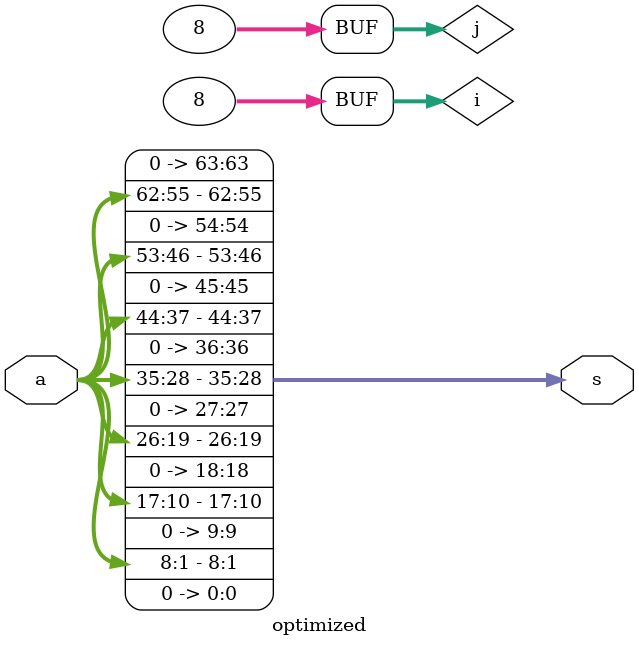
<source format=v>
module optimized
#(  parameter    W = 8,
    parameter    H = 8
)
(
    input [W*H-1:0] a,
    output [W*H-1:0] s
);

integer i, j;
always @ (a) begin
    for (i = 0; i < W; i = i + 1) begin
        for (j = 0; j < H; j = j + 1) begin
             s[i*H+j] = a[i*H+j];
             s[i*H+i] = 0;
         end
    end
end
endmodule

</source>
